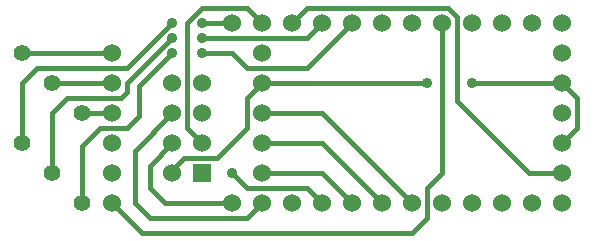
<source format=gtl>
G04 (created by PCBNEW (2013-jul-07)-stable) date wo 20 nov 2013 00:02:11 CET*
%MOIN*%
G04 Gerber Fmt 3.4, Leading zero omitted, Abs format*
%FSLAX34Y34*%
G01*
G70*
G90*
G04 APERTURE LIST*
%ADD10C,0.00393701*%
%ADD11C,0.055*%
%ADD12R,0.06X0.06*%
%ADD13C,0.06*%
%ADD14C,0.035*%
%ADD15C,0.015*%
G04 APERTURE END LIST*
G54D10*
G54D11*
X9850Y-20450D03*
X9850Y-23450D03*
X10850Y-21450D03*
X10850Y-24450D03*
X11850Y-22450D03*
X11850Y-25450D03*
G54D12*
X15850Y-24450D03*
G54D13*
X14850Y-24450D03*
X15850Y-23450D03*
X14850Y-23450D03*
X15850Y-22450D03*
X14850Y-22450D03*
X15850Y-21450D03*
X14850Y-21450D03*
X12850Y-20450D03*
X12850Y-21450D03*
X12850Y-22450D03*
X12850Y-23450D03*
X12850Y-24450D03*
X12850Y-25450D03*
X17850Y-24450D03*
X17850Y-23450D03*
X17850Y-22450D03*
X17850Y-21450D03*
X17850Y-20450D03*
X27850Y-24450D03*
X27850Y-23450D03*
X27850Y-22450D03*
X27850Y-21450D03*
X27850Y-20450D03*
X16850Y-19450D03*
X17850Y-19450D03*
X18850Y-19450D03*
X19850Y-19450D03*
X20850Y-19450D03*
X21850Y-19450D03*
X22850Y-19450D03*
X23850Y-19450D03*
X24850Y-19450D03*
X25850Y-19450D03*
X26850Y-19450D03*
X27850Y-19450D03*
X16850Y-25450D03*
X17850Y-25450D03*
X18850Y-25450D03*
X19850Y-25450D03*
X20850Y-25450D03*
X21850Y-25450D03*
X22850Y-25450D03*
X23850Y-25450D03*
X24850Y-25450D03*
X25850Y-25450D03*
X26850Y-25450D03*
X27850Y-25450D03*
G54D14*
X24850Y-21450D03*
X23350Y-21450D03*
X16850Y-24450D03*
X14850Y-20450D03*
X15850Y-20450D03*
X14850Y-19950D03*
X15850Y-19950D03*
X14850Y-19450D03*
X15850Y-19450D03*
G54D15*
X24850Y-21450D02*
X27850Y-21450D01*
X17850Y-21450D02*
X23350Y-21450D01*
X14850Y-24450D02*
X14850Y-24350D01*
X17350Y-21950D02*
X17850Y-21450D01*
X17350Y-22950D02*
X17350Y-21950D01*
X16650Y-23650D02*
X17350Y-22950D01*
X16350Y-23950D02*
X16650Y-23650D01*
X15250Y-23950D02*
X16350Y-23950D01*
X14850Y-24350D02*
X15250Y-23950D01*
X27850Y-21450D02*
X28100Y-21700D01*
X28350Y-22950D02*
X27850Y-23450D01*
X28350Y-21950D02*
X28350Y-22950D01*
X28100Y-21700D02*
X28350Y-21950D01*
X17850Y-24450D02*
X19850Y-24450D01*
X19850Y-24450D02*
X20850Y-25450D01*
X17850Y-23450D02*
X19850Y-23450D01*
X19850Y-23450D02*
X21850Y-25450D01*
X17850Y-22450D02*
X19850Y-22450D01*
X19850Y-22450D02*
X22850Y-25450D01*
X19350Y-24950D02*
X19850Y-25450D01*
X17350Y-24950D02*
X19350Y-24950D01*
X16850Y-24450D02*
X17350Y-24950D01*
X14850Y-23450D02*
X14100Y-24200D01*
X14600Y-25450D02*
X16850Y-25450D01*
X14100Y-24950D02*
X14600Y-25450D01*
X14100Y-24200D02*
X14100Y-24950D01*
X23850Y-19450D02*
X23850Y-24450D01*
X13850Y-26450D02*
X12850Y-25450D01*
X22850Y-26450D02*
X13850Y-26450D01*
X23350Y-25950D02*
X22850Y-26450D01*
X23350Y-24950D02*
X23350Y-25950D01*
X23850Y-24450D02*
X23350Y-24950D01*
X20850Y-19450D02*
X19350Y-20950D01*
X11850Y-23550D02*
X11850Y-25450D01*
X12450Y-22950D02*
X11850Y-23550D01*
X13350Y-22950D02*
X12450Y-22950D01*
X13750Y-22550D02*
X13350Y-22950D01*
X13750Y-21550D02*
X13750Y-22550D01*
X14850Y-20450D02*
X13750Y-21550D01*
X16850Y-20450D02*
X15850Y-20450D01*
X17350Y-20950D02*
X16850Y-20450D01*
X19350Y-20950D02*
X17350Y-20950D01*
X19850Y-19450D02*
X19350Y-19950D01*
X10850Y-22450D02*
X10850Y-24450D01*
X11350Y-21950D02*
X10850Y-22450D01*
X13150Y-21950D02*
X11350Y-21950D01*
X13350Y-21750D02*
X13150Y-21950D01*
X13350Y-21450D02*
X13350Y-21750D01*
X14850Y-19950D02*
X13350Y-21450D01*
X19350Y-19950D02*
X15850Y-19950D01*
X18850Y-19450D02*
X19350Y-18950D01*
X26750Y-24450D02*
X27850Y-24450D01*
X24350Y-22050D02*
X26750Y-24450D01*
X24350Y-19250D02*
X24350Y-22050D01*
X24050Y-18950D02*
X24350Y-19250D01*
X19350Y-18950D02*
X24050Y-18950D01*
X17350Y-18950D02*
X17850Y-19450D01*
X15850Y-18950D02*
X17350Y-18950D01*
X15350Y-19450D02*
X15850Y-18950D01*
X15350Y-22950D02*
X15350Y-19450D01*
X15850Y-23450D02*
X15350Y-22950D01*
X16850Y-19450D02*
X15850Y-19450D01*
X9850Y-21450D02*
X9850Y-23450D01*
X10350Y-20950D02*
X9850Y-21450D01*
X13350Y-20950D02*
X10350Y-20950D01*
X14850Y-19450D02*
X13350Y-20950D01*
X17850Y-25450D02*
X17350Y-25950D01*
X13600Y-23700D02*
X14850Y-22450D01*
X13600Y-25450D02*
X13600Y-23700D01*
X14100Y-25950D02*
X13600Y-25450D01*
X17350Y-25950D02*
X14100Y-25950D01*
X11850Y-22450D02*
X12850Y-22450D01*
X9850Y-20450D02*
X12850Y-20450D01*
X11850Y-20450D02*
X12850Y-20450D01*
X12850Y-21450D02*
X10850Y-21450D01*
X11850Y-21450D02*
X12850Y-21450D01*
M02*

</source>
